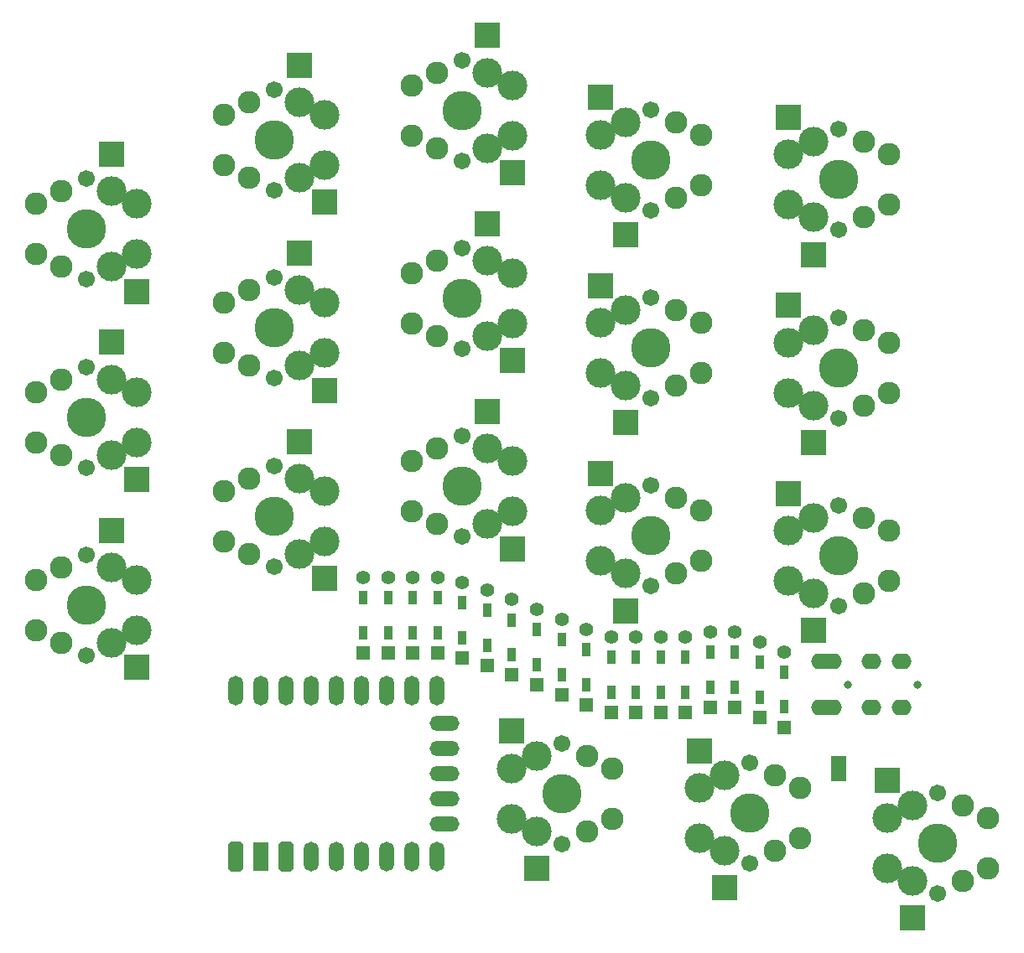
<source format=gbr>
%TF.GenerationSoftware,KiCad,Pcbnew,9.0.4*%
%TF.CreationDate,2025-11-05T05:12:24+09:00*%
%TF.ProjectId,boardloaf,626f6172-646c-46f6-9166-2e6b69636164,rev?*%
%TF.SameCoordinates,Original*%
%TF.FileFunction,Soldermask,Bot*%
%TF.FilePolarity,Negative*%
%FSLAX46Y46*%
G04 Gerber Fmt 4.6, Leading zero omitted, Abs format (unit mm)*
G04 Created by KiCad (PCBNEW 9.0.4) date 2025-11-05 05:12:24*
%MOMM*%
%LPD*%
G01*
G04 APERTURE LIST*
G04 Aperture macros list*
%AMOutline5P*
0 Free polygon, 5 corners , with rotation*
0 The origin of the aperture is its center*
0 number of corners: always 5*
0 $1 to $10 corner X, Y*
0 $11 Rotation angle, in degrees counterclockwise*
0 create outline with 5 corners*
4,1,5,$1,$2,$3,$4,$5,$6,$7,$8,$9,$10,$1,$2,$11*%
%AMOutline6P*
0 Free polygon, 6 corners , with rotation*
0 The origin of the aperture is its center*
0 number of corners: always 6*
0 $1 to $12 corner X, Y*
0 $13 Rotation angle, in degrees counterclockwise*
0 create outline with 6 corners*
4,1,6,$1,$2,$3,$4,$5,$6,$7,$8,$9,$10,$11,$12,$1,$2,$13*%
%AMOutline7P*
0 Free polygon, 7 corners , with rotation*
0 The origin of the aperture is its center*
0 number of corners: always 7*
0 $1 to $14 corner X, Y*
0 $15 Rotation angle, in degrees counterclockwise*
0 create outline with 7 corners*
4,1,7,$1,$2,$3,$4,$5,$6,$7,$8,$9,$10,$11,$12,$13,$14,$1,$2,$15*%
%AMOutline8P*
0 Free polygon, 8 corners , with rotation*
0 The origin of the aperture is its center*
0 number of corners: always 8*
0 $1 to $16 corner X, Y*
0 $17 Rotation angle, in degrees counterclockwise*
0 create outline with 8 corners*
4,1,8,$1,$2,$3,$4,$5,$6,$7,$8,$9,$10,$11,$12,$13,$14,$15,$16,$1,$2,$17*%
%AMFreePoly0*
4,1,6,1.000000,0.000000,0.500000,-0.750000,-0.500000,-0.750000,-0.500000,0.750000,0.500000,0.750000,1.000000,0.000000,1.000000,0.000000,$1*%
%AMFreePoly1*
4,1,6,0.500000,-0.750000,-0.650000,-0.750000,-0.150000,0.000000,-0.650000,0.750000,0.500000,0.750000,0.500000,-0.750000,0.500000,-0.750000,$1*%
G04 Aperture macros list end*
%ADD10C,1.701800*%
%ADD11C,3.000000*%
%ADD12C,3.987800*%
%ADD13C,2.286000*%
%ADD14R,2.500000X2.550000*%
%ADD15R,1.397000X1.397000*%
%ADD16R,0.940000X1.400000*%
%ADD17C,1.397000*%
%ADD18O,1.500000X3.000000*%
%ADD19O,3.000000X1.500000*%
%ADD20Outline8P,-1.500000X0.450000X-1.200000X0.750000X1.200000X0.750000X1.500000X0.450000X1.500000X-0.450000X1.200000X-0.750000X-1.200000X-0.750000X-1.500000X-0.450000X90.000000*%
%ADD21R,1.500000X3.000000*%
%ADD22C,0.800000*%
%ADD23O,2.000000X1.600000*%
%ADD24FreePoly0,270.000000*%
%ADD25FreePoly1,270.000000*%
G04 APERTURE END LIST*
%TO.C,JP1*%
G36*
X149750000Y-123275000D02*
G01*
X151250000Y-123275000D01*
X151250000Y-125725000D01*
X149750000Y-125725000D01*
X149750000Y-123275000D01*
G37*
%TD*%
D10*
%TO.C,SW16*%
X122500000Y-132080000D03*
D11*
X119960000Y-130810000D03*
X117420002Y-129540000D03*
D12*
X122500000Y-127000000D03*
D11*
X117419999Y-124459998D03*
X119960000Y-123190000D03*
D10*
X122500000Y-121920000D03*
D13*
X125040000Y-130810000D03*
X125040000Y-123190000D03*
D14*
X117420000Y-120710000D03*
X119959999Y-134560000D03*
D13*
X127580001Y-129540002D03*
X127579998Y-124460000D03*
%TD*%
D15*
%TO.C,D9*%
X122500000Y-117059999D03*
D16*
X122500001Y-115024999D03*
X122499999Y-111475001D03*
D17*
X122500000Y-109440001D03*
%TD*%
D10*
%TO.C,SW9*%
X131500000Y-87080000D03*
D11*
X128960000Y-85810000D03*
X126420002Y-84540000D03*
D12*
X131500000Y-82000000D03*
D11*
X126419999Y-79459998D03*
X128960000Y-78190000D03*
D10*
X131500000Y-76920000D03*
D13*
X134040000Y-85810000D03*
X134040000Y-78190000D03*
D14*
X126420000Y-75710000D03*
X128959999Y-89560000D03*
D13*
X136580001Y-84540002D03*
X136579998Y-79460000D03*
%TD*%
D15*
%TO.C,D7*%
X117500000Y-115059999D03*
D16*
X117500001Y-113024999D03*
X117499999Y-109475001D03*
D17*
X117500000Y-107440001D03*
%TD*%
D15*
%TO.C,D14*%
X135000000Y-118809999D03*
D16*
X135000001Y-116774999D03*
X134999999Y-113225001D03*
D17*
X135000000Y-111190001D03*
%TD*%
D15*
%TO.C,D1*%
X102500000Y-112809999D03*
D16*
X102500001Y-110774999D03*
X102499999Y-107225001D03*
D17*
X102500000Y-105190001D03*
%TD*%
D15*
%TO.C,D17*%
X142500000Y-119309999D03*
D16*
X142500001Y-117274999D03*
X142499999Y-113725001D03*
D17*
X142500000Y-111690001D03*
%TD*%
D15*
%TO.C,D8*%
X120000000Y-116059999D03*
D16*
X120000001Y-114024999D03*
X119999999Y-110475001D03*
D17*
X120000000Y-108440001D03*
%TD*%
D10*
%TO.C,SW15*%
X150500000Y-108080000D03*
D11*
X147960000Y-106810000D03*
X145420002Y-105540000D03*
D12*
X150500000Y-103000000D03*
D11*
X145419999Y-100459998D03*
X147960000Y-99190000D03*
D10*
X150500000Y-97920000D03*
D13*
X153040000Y-106810000D03*
X153040000Y-99190000D03*
D14*
X145420000Y-96710000D03*
X147959999Y-110560000D03*
D13*
X155580001Y-105540002D03*
X155579998Y-100460000D03*
%TD*%
D10*
%TO.C,SW4*%
X131500000Y-68080000D03*
D11*
X128960000Y-66810000D03*
X126420002Y-65540000D03*
D12*
X131500000Y-63000000D03*
D11*
X126419999Y-60459998D03*
X128960000Y-59190000D03*
D10*
X131500000Y-57920000D03*
D13*
X134040000Y-66810000D03*
X134040000Y-59190000D03*
D14*
X126420000Y-56710000D03*
X128959999Y-70560000D03*
D13*
X136580001Y-65540002D03*
X136579998Y-60460000D03*
%TD*%
D15*
%TO.C,D12*%
X130000000Y-118809999D03*
D16*
X130000001Y-116774999D03*
X129999999Y-113225001D03*
D17*
X130000000Y-111190001D03*
%TD*%
D15*
%TO.C,D3*%
X107500000Y-112809999D03*
D16*
X107500001Y-110774999D03*
X107499999Y-107225001D03*
D17*
X107500000Y-105190001D03*
%TD*%
D15*
%TO.C,D13*%
X132500000Y-118809999D03*
D16*
X132500001Y-116774999D03*
X132499999Y-113225001D03*
D17*
X132500000Y-111190001D03*
%TD*%
D10*
%TO.C,SW6*%
X74500000Y-83920000D03*
D11*
X77040000Y-85190000D03*
X79579999Y-86459998D03*
D12*
X74500000Y-89000000D03*
D11*
X79579999Y-91540002D03*
X77040000Y-92810000D03*
D10*
X74500000Y-94080000D03*
D13*
X71960000Y-85190000D03*
X71960000Y-92810000D03*
D14*
X79580000Y-95290000D03*
X77040004Y-81440000D03*
D13*
X69420001Y-86459998D03*
X69420001Y-91540002D03*
%TD*%
D15*
%TO.C,D6*%
X115000000Y-114059999D03*
D16*
X115000001Y-112024999D03*
X114999999Y-108475001D03*
D17*
X115000000Y-106440001D03*
%TD*%
D15*
%TO.C,D11*%
X127500000Y-118809999D03*
D16*
X127500001Y-116774999D03*
X127499999Y-113225001D03*
D17*
X127500000Y-111190001D03*
%TD*%
D15*
%TO.C,D16*%
X140000000Y-118309999D03*
D16*
X140000001Y-116274999D03*
X139999999Y-112725001D03*
D17*
X140000000Y-110690001D03*
%TD*%
D15*
%TO.C,D2*%
X105000000Y-112809999D03*
D16*
X105000001Y-110774999D03*
X104999999Y-107225001D03*
D17*
X105000000Y-105190001D03*
%TD*%
D15*
%TO.C,D18*%
X145000000Y-120309999D03*
D16*
X145000001Y-118274999D03*
X144999999Y-114725001D03*
D17*
X145000000Y-112690001D03*
%TD*%
D10*
%TO.C,SW5*%
X150500000Y-70080000D03*
D11*
X147960000Y-68810000D03*
X145420002Y-67540000D03*
D12*
X150500000Y-65000000D03*
D11*
X145419999Y-62459998D03*
X147960000Y-61190000D03*
D10*
X150500000Y-59920000D03*
D13*
X153040000Y-68810000D03*
X153040000Y-61190000D03*
D14*
X145420000Y-58710000D03*
X147959999Y-72560000D03*
D13*
X155580001Y-67540002D03*
X155579998Y-62460000D03*
%TD*%
D10*
%TO.C,SW18*%
X160500000Y-137080000D03*
D11*
X157960000Y-135810000D03*
X155420002Y-134540000D03*
D12*
X160500000Y-132000000D03*
D11*
X155419999Y-129459998D03*
X157960000Y-128190000D03*
D10*
X160500000Y-126920000D03*
D13*
X163040000Y-135810000D03*
X163040000Y-128190000D03*
D14*
X155420000Y-125710000D03*
X157959999Y-139560000D03*
D13*
X165580001Y-134540002D03*
X165579998Y-129460000D03*
%TD*%
D10*
%TO.C,SW11*%
X74500001Y-102920000D03*
D11*
X77040001Y-104190000D03*
X79580000Y-105459998D03*
D12*
X74500001Y-108000000D03*
D11*
X79580000Y-110540002D03*
X77040001Y-111810000D03*
D10*
X74500001Y-113080000D03*
D13*
X71960001Y-104190000D03*
X71960001Y-111810000D03*
D14*
X79580001Y-114290000D03*
X77040005Y-100440000D03*
D13*
X69420002Y-105459998D03*
X69420002Y-110540002D03*
%TD*%
D18*
%TO.C,U1*%
X89590000Y-116630000D03*
X92130000Y-116630000D03*
X94670000Y-116630000D03*
X97209999Y-116630000D03*
X99750000Y-116630000D03*
X102290000Y-116630001D03*
X104830000Y-116630000D03*
X107370000Y-116630000D03*
X109909999Y-116630000D03*
D19*
X110659999Y-119919999D03*
X110660000Y-122460000D03*
X110660001Y-125000001D03*
X110660000Y-127540000D03*
X110659999Y-130080000D03*
D18*
X109910000Y-133370000D03*
X107370000Y-133370000D03*
X104830000Y-133370000D03*
X102290001Y-133370000D03*
X99750000Y-133370000D03*
X97210000Y-133369999D03*
D20*
X94670000Y-133370000D03*
D21*
X92130000Y-133370000D03*
D20*
X89590001Y-133370000D03*
%TD*%
D10*
%TO.C,SW14*%
X131500000Y-106080000D03*
D11*
X128960000Y-104810000D03*
X126420002Y-103540000D03*
D12*
X131500000Y-101000000D03*
D11*
X126419999Y-98459998D03*
X128960000Y-97190000D03*
D10*
X131500000Y-95920000D03*
D13*
X134040000Y-104810000D03*
X134040000Y-97190000D03*
D14*
X126420000Y-94710000D03*
X128959999Y-108560000D03*
D13*
X136580001Y-103540002D03*
X136579998Y-98460000D03*
%TD*%
D10*
%TO.C,SW2*%
X93500004Y-55920008D03*
D11*
X96040004Y-57190008D03*
X98580002Y-58460008D03*
D12*
X93500004Y-61000008D03*
D11*
X98580005Y-63540010D03*
X96040004Y-64810008D03*
D10*
X93500004Y-66080008D03*
D13*
X90960004Y-57190008D03*
X90960004Y-64810008D03*
D14*
X98580004Y-67290008D03*
X96040005Y-53440008D03*
D13*
X88420003Y-58460006D03*
X88420006Y-63540008D03*
%TD*%
D10*
%TO.C,SW13*%
X112500004Y-90920008D03*
D11*
X115040004Y-92190008D03*
X117580002Y-93460008D03*
D12*
X112500004Y-96000008D03*
D11*
X117580005Y-98540010D03*
X115040004Y-99810008D03*
D10*
X112500004Y-101080008D03*
D13*
X109960004Y-92190008D03*
X109960004Y-99810008D03*
D14*
X117580004Y-102290008D03*
X115040005Y-88440008D03*
D13*
X107420003Y-93460006D03*
X107420006Y-98540008D03*
%TD*%
D15*
%TO.C,D10*%
X125000000Y-118059999D03*
D16*
X125000001Y-116024999D03*
X124999999Y-112475001D03*
D17*
X125000000Y-110440001D03*
%TD*%
D10*
%TO.C,SW17*%
X141500000Y-134080000D03*
D11*
X138960000Y-132810000D03*
X136420002Y-131540000D03*
D12*
X141500000Y-129000000D03*
D11*
X136419999Y-126459998D03*
X138960000Y-125190000D03*
D10*
X141500000Y-123920000D03*
D13*
X144040000Y-132810000D03*
X144040000Y-125190000D03*
D14*
X136420000Y-122710000D03*
X138959999Y-136560000D03*
D13*
X146580001Y-131540002D03*
X146579998Y-126460000D03*
%TD*%
D10*
%TO.C,SW7*%
X93500004Y-74920008D03*
D11*
X96040004Y-76190008D03*
X98580002Y-77460008D03*
D12*
X93500004Y-80000008D03*
D11*
X98580005Y-82540010D03*
X96040004Y-83810008D03*
D10*
X93500004Y-85080008D03*
D13*
X90960004Y-76190008D03*
X90960004Y-83810008D03*
D14*
X98580004Y-86290008D03*
X96040005Y-72440008D03*
D13*
X88420003Y-77460006D03*
X88420006Y-82540008D03*
%TD*%
D10*
%TO.C,SW12*%
X93500004Y-93920008D03*
D11*
X96040004Y-95190008D03*
X98580002Y-96460008D03*
D12*
X93500004Y-99000008D03*
D11*
X98580005Y-101540010D03*
X96040004Y-102810008D03*
D10*
X93500004Y-104080008D03*
D13*
X90960004Y-95190008D03*
X90960004Y-102810008D03*
D14*
X98580004Y-105290008D03*
X96040005Y-91440008D03*
D13*
X88420003Y-96460006D03*
X88420006Y-101540008D03*
%TD*%
D22*
%TO.C,J1*%
X158400000Y-116000000D03*
X151400000Y-116000000D03*
D23*
X153800000Y-118300000D03*
X156800000Y-118300000D03*
X148700000Y-113700000D03*
X149800000Y-118300000D03*
%TD*%
D10*
%TO.C,SW8*%
X112500004Y-71920008D03*
D11*
X115040004Y-73190008D03*
X117580002Y-74460008D03*
D12*
X112500004Y-77000008D03*
D11*
X117580005Y-79540010D03*
X115040004Y-80810008D03*
D10*
X112500004Y-82080008D03*
D13*
X109960004Y-73190008D03*
X109960004Y-80810008D03*
D14*
X117580004Y-83290008D03*
X115040005Y-69440008D03*
D13*
X107420003Y-74460006D03*
X107420006Y-79540008D03*
%TD*%
D15*
%TO.C,D5*%
X112500000Y-113309999D03*
D16*
X112500001Y-111274999D03*
X112499999Y-107725001D03*
D17*
X112500000Y-105690001D03*
%TD*%
D15*
%TO.C,D15*%
X137500000Y-118309999D03*
D16*
X137500001Y-116274999D03*
X137499999Y-112725001D03*
D17*
X137500000Y-110690001D03*
%TD*%
D15*
%TO.C,D4*%
X110000000Y-112809999D03*
D16*
X110000001Y-110774999D03*
X109999999Y-107225001D03*
D17*
X110000000Y-105190001D03*
%TD*%
D10*
%TO.C,SW1*%
X74499998Y-64919999D03*
D11*
X77039998Y-66189999D03*
X79579997Y-67459997D03*
D12*
X74499998Y-69999999D03*
D11*
X79579997Y-72540001D03*
X77039998Y-73809999D03*
D10*
X74499998Y-75079999D03*
D13*
X71959998Y-66189999D03*
X71959998Y-73809999D03*
D14*
X79579998Y-76289999D03*
X77040002Y-62439999D03*
D13*
X69419999Y-67459997D03*
X69419999Y-72540001D03*
%TD*%
D10*
%TO.C,SW3*%
X112500004Y-52920008D03*
D11*
X115040004Y-54190008D03*
X117580002Y-55460008D03*
D12*
X112500004Y-58000008D03*
D11*
X117580005Y-60540010D03*
X115040004Y-61810008D03*
D10*
X112500004Y-63080008D03*
D13*
X109960004Y-54190008D03*
X109960004Y-61810008D03*
D14*
X117580004Y-64290008D03*
X115040005Y-50440008D03*
D13*
X107420003Y-55460006D03*
X107420006Y-60540008D03*
%TD*%
D10*
%TO.C,SW10*%
X150500000Y-89080000D03*
D11*
X147960000Y-87810000D03*
X145420002Y-86540000D03*
D12*
X150500000Y-84000000D03*
D11*
X145419999Y-81459998D03*
X147960000Y-80190000D03*
D10*
X150500000Y-78920000D03*
D13*
X153040000Y-87810000D03*
X153040000Y-80190000D03*
D14*
X145420000Y-77710000D03*
X147959999Y-91560000D03*
D13*
X155580001Y-86540002D03*
X155579998Y-81460000D03*
%TD*%
D24*
%TO.C,JP1*%
X150500000Y-123775000D03*
D25*
X150500000Y-125225000D03*
%TD*%
D22*
%TO.C,J2*%
X151400000Y-116000000D03*
X158400000Y-116000000D03*
D23*
X153800000Y-113700000D03*
X156800000Y-113700000D03*
X148700000Y-118300000D03*
X149800000Y-113700000D03*
%TD*%
M02*

</source>
